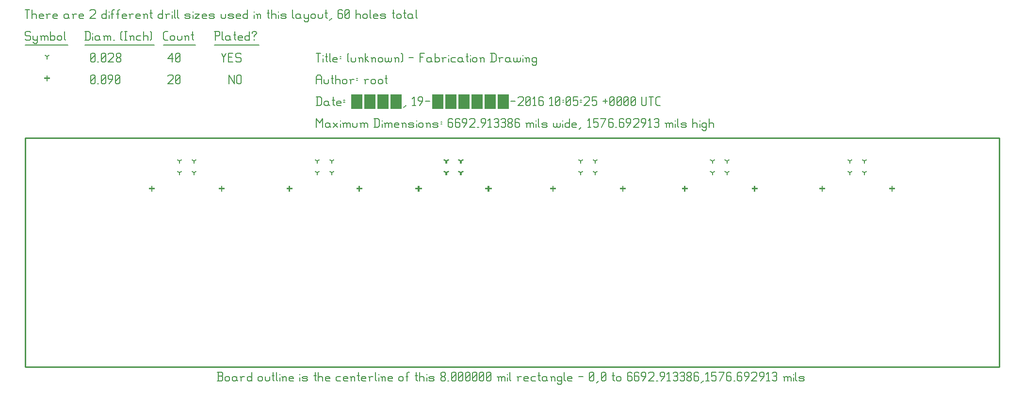
<source format=gbr>
G04 start of page 18 for group -3984 idx -3984 *
G04 Title: (unknown), fab *
G04 Creator: pcb 20140316 *
G04 CreationDate: чт, 19-тра-2016 10:05:25 +0000 UTC *
G04 For: root *
G04 Format: Gerber/RS-274X *
G04 PCB-Dimensions (mm): 170.00 40.05 *
G04 PCB-Coordinate-Origin: lower left *
%MOMM*%
%FSLAX43Y43*%
%LNFAB*%
%ADD64C,0.002*%
%ADD63C,0.254*%
%ADD62C,0.191*%
%ADD61C,0.152*%
%ADD60R,0.203X0.203*%
G54D60*X139134Y31628D02*Y30816D01*
X138728Y31222D02*X139540D01*
X151326Y31628D02*Y30816D01*
X150920Y31222D02*X151732D01*
X68734Y31628D02*Y30816D01*
X68328Y31222D02*X69140D01*
X80926Y31628D02*Y30816D01*
X80520Y31222D02*X81332D01*
X115134Y31628D02*Y30816D01*
X114728Y31222D02*X115540D01*
X127326Y31628D02*Y30816D01*
X126920Y31222D02*X127732D01*
X115134Y31628D02*Y30816D01*
X114728Y31222D02*X115540D01*
X127326Y31628D02*Y30816D01*
X126920Y31222D02*X127732D01*
X115134Y31628D02*Y30816D01*
X114728Y31222D02*X115540D01*
X127326Y31628D02*Y30816D01*
X126920Y31222D02*X127732D01*
X115134Y31628D02*Y30816D01*
X114728Y31222D02*X115540D01*
X127326Y31628D02*Y30816D01*
X126920Y31222D02*X127732D01*
X92134Y31628D02*Y30816D01*
X91728Y31222D02*X92540D01*
X104326Y31628D02*Y30816D01*
X103920Y31222D02*X104732D01*
X68634Y31628D02*Y30816D01*
X68228Y31222D02*X69040D01*
X80826Y31628D02*Y30816D01*
X80420Y31222D02*X81232D01*
X46134Y31628D02*Y30816D01*
X45728Y31222D02*X46540D01*
X58326Y31628D02*Y30816D01*
X57920Y31222D02*X58732D01*
X22134Y31628D02*Y30816D01*
X21728Y31222D02*X22540D01*
X34326Y31628D02*Y30816D01*
X33920Y31222D02*X34732D01*
X3810Y50932D02*Y50119D01*
X3404Y50526D02*X4216D01*
G54D61*X35560Y51097D02*Y49573D01*
Y51097D02*X36512Y49573D01*
Y51097D02*Y49573D01*
X36970Y50906D02*Y49764D01*
Y50906D02*X37160Y51097D01*
X37541D01*
X37732Y50906D01*
Y49764D01*
X37541Y49573D02*X37732Y49764D01*
X37160Y49573D02*X37541D01*
X36970Y49764D02*X37160Y49573D01*
X24892Y50906D02*X25082Y51097D01*
X25654D01*
X25844Y50906D01*
Y50526D01*
X24892Y49573D02*X25844Y50526D01*
X24892Y49573D02*X25844D01*
X26302Y49764D02*X26492Y49573D01*
X26302Y50906D02*Y49764D01*
Y50906D02*X26492Y51097D01*
X26873D01*
X27064Y50906D01*
Y49764D01*
X26873Y49573D02*X27064Y49764D01*
X26492Y49573D02*X26873D01*
X26302Y49954D02*X27064Y50716D01*
X11430Y49764D02*X11620Y49573D01*
X11430Y50906D02*Y49764D01*
Y50906D02*X11620Y51097D01*
X12002D01*
X12192Y50906D01*
Y49764D01*
X12002Y49573D02*X12192Y49764D01*
X11620Y49573D02*X12002D01*
X11430Y49954D02*X12192Y50716D01*
X12649Y49573D02*X12840D01*
X13297Y49764D02*X13487Y49573D01*
X13297Y50906D02*Y49764D01*
Y50906D02*X13487Y51097D01*
X13868D01*
X14059Y50906D01*
Y49764D01*
X13868Y49573D02*X14059Y49764D01*
X13487Y49573D02*X13868D01*
X13297Y49954D02*X14059Y50716D01*
X14707Y49573D02*X15278Y50335D01*
Y50906D02*Y50335D01*
X15088Y51097D02*X15278Y50906D01*
X14707Y51097D02*X15088D01*
X14516Y50906D02*X14707Y51097D01*
X14516Y50906D02*Y50526D01*
X14707Y50335D01*
X15278D01*
X15735Y49764D02*X15926Y49573D01*
X15735Y50906D02*Y49764D01*
Y50906D02*X15926Y51097D01*
X16307D01*
X16497Y50906D01*
Y49764D01*
X16307Y49573D02*X16497Y49764D01*
X15926Y49573D02*X16307D01*
X15735Y49954D02*X16497Y50716D01*
X146500Y36048D02*Y35642D01*
Y36048D02*X146852Y36251D01*
X146500Y36048D02*X146148Y36251D01*
X143960Y36048D02*Y35642D01*
Y36048D02*X144312Y36251D01*
X143960Y36048D02*X143608Y36251D01*
X143960Y34016D02*Y33610D01*
Y34016D02*X144312Y34219D01*
X143960Y34016D02*X143608Y34219D01*
X146500Y34016D02*Y33610D01*
Y34016D02*X146852Y34219D01*
X146500Y34016D02*X146148Y34219D01*
X76100Y36048D02*Y35642D01*
Y36048D02*X76452Y36251D01*
X76100Y36048D02*X75748Y36251D01*
X73560Y36048D02*Y35642D01*
Y36048D02*X73912Y36251D01*
X73560Y36048D02*X73208Y36251D01*
X73560Y34016D02*Y33610D01*
Y34016D02*X73912Y34219D01*
X73560Y34016D02*X73208Y34219D01*
X76100Y34016D02*Y33610D01*
Y34016D02*X76452Y34219D01*
X76100Y34016D02*X75748Y34219D01*
X122500Y36048D02*Y35642D01*
Y36048D02*X122852Y36251D01*
X122500Y36048D02*X122148Y36251D01*
X119960Y36048D02*Y35642D01*
Y36048D02*X120312Y36251D01*
X119960Y36048D02*X119608Y36251D01*
X119960Y34016D02*Y33610D01*
Y34016D02*X120312Y34219D01*
X119960Y34016D02*X119608Y34219D01*
X122500Y34016D02*Y33610D01*
Y34016D02*X122852Y34219D01*
X122500Y34016D02*X122148Y34219D01*
X122500Y36048D02*Y35642D01*
Y36048D02*X122852Y36251D01*
X122500Y36048D02*X122148Y36251D01*
X119960Y36048D02*Y35642D01*
Y36048D02*X120312Y36251D01*
X119960Y36048D02*X119608Y36251D01*
X119960Y34016D02*Y33610D01*
Y34016D02*X120312Y34219D01*
X119960Y34016D02*X119608Y34219D01*
X122500Y34016D02*Y33610D01*
Y34016D02*X122852Y34219D01*
X122500Y34016D02*X122148Y34219D01*
X122500Y36048D02*Y35642D01*
Y36048D02*X122852Y36251D01*
X122500Y36048D02*X122148Y36251D01*
X119960Y36048D02*Y35642D01*
Y36048D02*X120312Y36251D01*
X119960Y36048D02*X119608Y36251D01*
X119960Y34016D02*Y33610D01*
Y34016D02*X120312Y34219D01*
X119960Y34016D02*X119608Y34219D01*
X122500Y34016D02*Y33610D01*
Y34016D02*X122852Y34219D01*
X122500Y34016D02*X122148Y34219D01*
X122500Y36048D02*Y35642D01*
Y36048D02*X122852Y36251D01*
X122500Y36048D02*X122148Y36251D01*
X119960Y36048D02*Y35642D01*
Y36048D02*X120312Y36251D01*
X119960Y36048D02*X119608Y36251D01*
X119960Y34016D02*Y33610D01*
Y34016D02*X120312Y34219D01*
X119960Y34016D02*X119608Y34219D01*
X122500Y34016D02*Y33610D01*
Y34016D02*X122852Y34219D01*
X122500Y34016D02*X122148Y34219D01*
X99500Y36048D02*Y35642D01*
Y36048D02*X99852Y36251D01*
X99500Y36048D02*X99148Y36251D01*
X96960Y36048D02*Y35642D01*
Y36048D02*X97312Y36251D01*
X96960Y36048D02*X96608Y36251D01*
X96960Y34016D02*Y33610D01*
Y34016D02*X97312Y34219D01*
X96960Y34016D02*X96608Y34219D01*
X99500Y34016D02*Y33610D01*
Y34016D02*X99852Y34219D01*
X99500Y34016D02*X99148Y34219D01*
X76000Y36048D02*Y35642D01*
Y36048D02*X76352Y36251D01*
X76000Y36048D02*X75648Y36251D01*
X73460Y36048D02*Y35642D01*
Y36048D02*X73812Y36251D01*
X73460Y36048D02*X73108Y36251D01*
X73460Y34016D02*Y33610D01*
Y34016D02*X73812Y34219D01*
X73460Y34016D02*X73108Y34219D01*
X76000Y34016D02*Y33610D01*
Y34016D02*X76352Y34219D01*
X76000Y34016D02*X75648Y34219D01*
X53500Y36048D02*Y35642D01*
Y36048D02*X53852Y36251D01*
X53500Y36048D02*X53148Y36251D01*
X50960Y36048D02*Y35642D01*
Y36048D02*X51312Y36251D01*
X50960Y36048D02*X50608Y36251D01*
X50960Y34016D02*Y33610D01*
Y34016D02*X51312Y34219D01*
X50960Y34016D02*X50608Y34219D01*
X53500Y34016D02*Y33610D01*
Y34016D02*X53852Y34219D01*
X53500Y34016D02*X53148Y34219D01*
X29500Y36048D02*Y35642D01*
Y36048D02*X29852Y36251D01*
X29500Y36048D02*X29148Y36251D01*
X26960Y36048D02*Y35642D01*
Y36048D02*X27312Y36251D01*
X26960Y36048D02*X26608Y36251D01*
X26960Y34016D02*Y33610D01*
Y34016D02*X27312Y34219D01*
X26960Y34016D02*X26608Y34219D01*
X29500Y34016D02*Y33610D01*
Y34016D02*X29852Y34219D01*
X29500Y34016D02*X29148Y34219D01*
X3810Y54336D02*Y53929D01*
Y54336D02*X4162Y54539D01*
X3810Y54336D02*X3458Y54539D01*
X34290Y54907D02*X34671Y54145D01*
X35052Y54907D01*
X34671Y54145D02*Y53383D01*
X35509Y54221D02*X36081D01*
X35509Y53383D02*X36271D01*
X35509Y54907D02*Y53383D01*
Y54907D02*X36271D01*
X37490D02*X37681Y54716D01*
X36919Y54907D02*X37490D01*
X36728Y54716D02*X36919Y54907D01*
X36728Y54716D02*Y54336D01*
X36919Y54145D01*
X37490D01*
X37681Y53954D01*
Y53574D01*
X37490Y53383D02*X37681Y53574D01*
X36919Y53383D02*X37490D01*
X36728Y53574D02*X36919Y53383D01*
X24892Y53954D02*X25654Y54907D01*
X24892Y53954D02*X25844D01*
X25654Y54907D02*Y53383D01*
X26302Y53574D02*X26492Y53383D01*
X26302Y54716D02*Y53574D01*
Y54716D02*X26492Y54907D01*
X26873D01*
X27064Y54716D01*
Y53574D01*
X26873Y53383D02*X27064Y53574D01*
X26492Y53383D02*X26873D01*
X26302Y53764D02*X27064Y54526D01*
X11430Y53574D02*X11620Y53383D01*
X11430Y54716D02*Y53574D01*
Y54716D02*X11620Y54907D01*
X12002D01*
X12192Y54716D01*
Y53574D01*
X12002Y53383D02*X12192Y53574D01*
X11620Y53383D02*X12002D01*
X11430Y53764D02*X12192Y54526D01*
X12649Y53383D02*X12840D01*
X13297Y53574D02*X13487Y53383D01*
X13297Y54716D02*Y53574D01*
Y54716D02*X13487Y54907D01*
X13868D01*
X14059Y54716D01*
Y53574D01*
X13868Y53383D02*X14059Y53574D01*
X13487Y53383D02*X13868D01*
X13297Y53764D02*X14059Y54526D01*
X14516Y54716D02*X14707Y54907D01*
X15278D01*
X15469Y54716D01*
Y54336D01*
X14516Y53383D02*X15469Y54336D01*
X14516Y53383D02*X15469D01*
X15926Y53574D02*X16116Y53383D01*
X15926Y53878D02*Y53574D01*
Y53878D02*X16193Y54145D01*
X16421D01*
X16688Y53878D01*
Y53574D01*
X16497Y53383D02*X16688Y53574D01*
X16116Y53383D02*X16497D01*
X15926Y54412D02*X16193Y54145D01*
X15926Y54716D02*Y54412D01*
Y54716D02*X16116Y54907D01*
X16497D01*
X16688Y54716D01*
Y54412D01*
X16421Y54145D02*X16688Y54412D01*
X762Y58717D02*X952Y58526D01*
X190Y58717D02*X762D01*
X0Y58526D02*X190Y58717D01*
X0Y58526D02*Y58146D01*
X190Y57955D01*
X762D01*
X952Y57764D01*
Y57384D01*
X762Y57193D02*X952Y57384D01*
X190Y57193D02*X762D01*
X0Y57384D02*X190Y57193D01*
X1410Y57955D02*Y57384D01*
X1600Y57193D01*
X2172Y57955D02*Y56812D01*
X1981Y56622D02*X2172Y56812D01*
X1600Y56622D02*X1981D01*
X1410Y56812D02*X1600Y56622D01*
Y57193D02*X1981D01*
X2172Y57384D01*
X2819Y57764D02*Y57193D01*
Y57764D02*X3010Y57955D01*
X3200D01*
X3391Y57764D01*
Y57193D01*
Y57764D02*X3581Y57955D01*
X3772D01*
X3962Y57764D01*
Y57193D01*
X2629Y57955D02*X2819Y57764D01*
X4420Y58717D02*Y57193D01*
Y57384D02*X4610Y57193D01*
X4991D01*
X5182Y57384D01*
Y57764D02*Y57384D01*
X4991Y57955D02*X5182Y57764D01*
X4610Y57955D02*X4991D01*
X4420Y57764D02*X4610Y57955D01*
X5639Y57764D02*Y57384D01*
Y57764D02*X5829Y57955D01*
X6210D01*
X6401Y57764D01*
Y57384D01*
X6210Y57193D02*X6401Y57384D01*
X5829Y57193D02*X6210D01*
X5639Y57384D02*X5829Y57193D01*
X6858Y58717D02*Y57384D01*
X7049Y57193D01*
X0Y56367D02*X7430D01*
X10604Y58717D02*Y57193D01*
X11100Y58717D02*X11366Y58450D01*
Y57460D01*
X11100Y57193D02*X11366Y57460D01*
X10414Y57193D02*X11100D01*
X10414Y58717D02*X11100D01*
G54D62*X11824Y58336D02*Y58298D01*
G54D61*Y57764D02*Y57193D01*
X12776Y57955D02*X12967Y57764D01*
X12395Y57955D02*X12776D01*
X12205Y57764D02*X12395Y57955D01*
X12205Y57764D02*Y57384D01*
X12395Y57193D01*
X12967Y57955D02*Y57384D01*
X13157Y57193D01*
X12395D02*X12776D01*
X12967Y57384D01*
X13805Y57764D02*Y57193D01*
Y57764D02*X13995Y57955D01*
X14186D01*
X14376Y57764D01*
Y57193D01*
Y57764D02*X14567Y57955D01*
X14757D01*
X14948Y57764D01*
Y57193D01*
X13614Y57955D02*X13805Y57764D01*
X15405Y57193D02*X15596D01*
X16739Y57384D02*X16929Y57193D01*
X16739Y58526D02*X16929Y58717D01*
X16739Y58526D02*Y57384D01*
X17386Y58717D02*X17767D01*
X17577D02*Y57193D01*
X17386D02*X17767D01*
X18415Y57764D02*Y57193D01*
Y57764D02*X18606Y57955D01*
X18796D01*
X18987Y57764D01*
Y57193D01*
X18225Y57955D02*X18415Y57764D01*
X19634Y57955D02*X20206D01*
X19444Y57764D02*X19634Y57955D01*
X19444Y57764D02*Y57384D01*
X19634Y57193D01*
X20206D01*
X20663Y58717D02*Y57193D01*
Y57764D02*X20853Y57955D01*
X21234D01*
X21425Y57764D01*
Y57193D01*
X21882Y58717D02*X22073Y58526D01*
Y57384D01*
X21882Y57193D02*X22073Y57384D01*
X10414Y56367D02*X22530D01*
X24397Y57193D02*X24892D01*
X24130Y57460D02*X24397Y57193D01*
X24130Y58450D02*Y57460D01*
Y58450D02*X24397Y58717D01*
X24892D01*
X25349Y57764D02*Y57384D01*
Y57764D02*X25540Y57955D01*
X25921D01*
X26111Y57764D01*
Y57384D01*
X25921Y57193D02*X26111Y57384D01*
X25540Y57193D02*X25921D01*
X25349Y57384D02*X25540Y57193D01*
X26568Y57955D02*Y57384D01*
X26759Y57193D01*
X27140D01*
X27330Y57384D01*
Y57955D02*Y57384D01*
X27978Y57764D02*Y57193D01*
Y57764D02*X28169Y57955D01*
X28359D01*
X28550Y57764D01*
Y57193D01*
X27788Y57955D02*X27978Y57764D01*
X29197Y58717D02*Y57384D01*
X29388Y57193D01*
X29007Y58146D02*X29388D01*
X24130Y56367D02*X29769D01*
X33210Y58717D02*Y57193D01*
X33020Y58717D02*X33782D01*
X33972Y58526D01*
Y58146D01*
X33782Y57955D02*X33972Y58146D01*
X33210Y57955D02*X33782D01*
X34430Y58717D02*Y57384D01*
X34620Y57193D01*
X35573Y57955D02*X35763Y57764D01*
X35192Y57955D02*X35573D01*
X35001Y57764D02*X35192Y57955D01*
X35001Y57764D02*Y57384D01*
X35192Y57193D01*
X35763Y57955D02*Y57384D01*
X35954Y57193D01*
X35192D02*X35573D01*
X35763Y57384D01*
X36601Y58717D02*Y57384D01*
X36792Y57193D01*
X36411Y58146D02*X36792D01*
X37363Y57193D02*X37935D01*
X37173Y57384D02*X37363Y57193D01*
X37173Y57764D02*Y57384D01*
Y57764D02*X37363Y57955D01*
X37744D01*
X37935Y57764D01*
X37173Y57574D02*X37935D01*
Y57764D02*Y57574D01*
X39154Y58717D02*Y57193D01*
X38964D02*X39154Y57384D01*
X38583Y57193D02*X38964D01*
X38392Y57384D02*X38583Y57193D01*
X38392Y57764D02*Y57384D01*
Y57764D02*X38583Y57955D01*
X38964D01*
X39154Y57764D01*
X39992Y57955D02*Y57764D01*
Y57384D02*Y57193D01*
X39611Y58526D02*Y58336D01*
Y58526D02*X39802Y58717D01*
X40183D01*
X40373Y58526D01*
Y58336D01*
X39992Y57955D02*X40373Y58336D01*
X33020Y56367D02*X40831D01*
X0Y62527D02*X762D01*
X381D02*Y61003D01*
X1219Y62527D02*Y61003D01*
Y61574D02*X1410Y61765D01*
X1791D01*
X1981Y61574D01*
Y61003D01*
X2629D02*X3200D01*
X2438Y61194D02*X2629Y61003D01*
X2438Y61574D02*Y61194D01*
Y61574D02*X2629Y61765D01*
X3010D01*
X3200Y61574D01*
X2438Y61384D02*X3200D01*
Y61574D02*Y61384D01*
X3848Y61574D02*Y61003D01*
Y61574D02*X4039Y61765D01*
X4420D01*
X3658D02*X3848Y61574D01*
X5067Y61003D02*X5639D01*
X4877Y61194D02*X5067Y61003D01*
X4877Y61574D02*Y61194D01*
Y61574D02*X5067Y61765D01*
X5448D01*
X5639Y61574D01*
X4877Y61384D02*X5639D01*
Y61574D02*Y61384D01*
X7353Y61765D02*X7544Y61574D01*
X6972Y61765D02*X7353D01*
X6782Y61574D02*X6972Y61765D01*
X6782Y61574D02*Y61194D01*
X6972Y61003D01*
X7544Y61765D02*Y61194D01*
X7734Y61003D01*
X6972D02*X7353D01*
X7544Y61194D01*
X8382Y61574D02*Y61003D01*
Y61574D02*X8573Y61765D01*
X8954D01*
X8192D02*X8382Y61574D01*
X9601Y61003D02*X10173D01*
X9411Y61194D02*X9601Y61003D01*
X9411Y61574D02*Y61194D01*
Y61574D02*X9601Y61765D01*
X9982D01*
X10173Y61574D01*
X9411Y61384D02*X10173D01*
Y61574D02*Y61384D01*
X11316Y62336D02*X11506Y62527D01*
X12078D01*
X12268Y62336D01*
Y61956D01*
X11316Y61003D02*X12268Y61956D01*
X11316Y61003D02*X12268D01*
X14173Y62527D02*Y61003D01*
X13983D02*X14173Y61194D01*
X13602Y61003D02*X13983D01*
X13411Y61194D02*X13602Y61003D01*
X13411Y61574D02*Y61194D01*
Y61574D02*X13602Y61765D01*
X13983D01*
X14173Y61574D01*
G54D62*X14630Y62146D02*Y62108D01*
G54D61*Y61574D02*Y61003D01*
X15202Y62336D02*Y61003D01*
Y62336D02*X15392Y62527D01*
X15583D01*
X15011Y61765D02*X15392D01*
X16154Y62336D02*Y61003D01*
Y62336D02*X16345Y62527D01*
X16535D01*
X15964Y61765D02*X16345D01*
X17107Y61003D02*X17678D01*
X16916Y61194D02*X17107Y61003D01*
X16916Y61574D02*Y61194D01*
Y61574D02*X17107Y61765D01*
X17488D01*
X17678Y61574D01*
X16916Y61384D02*X17678D01*
Y61574D02*Y61384D01*
X18326Y61574D02*Y61003D01*
Y61574D02*X18517Y61765D01*
X18898D01*
X18136D02*X18326Y61574D01*
X19545Y61003D02*X20117D01*
X19355Y61194D02*X19545Y61003D01*
X19355Y61574D02*Y61194D01*
Y61574D02*X19545Y61765D01*
X19926D01*
X20117Y61574D01*
X19355Y61384D02*X20117D01*
Y61574D02*Y61384D01*
X20765Y61574D02*Y61003D01*
Y61574D02*X20955Y61765D01*
X21146D01*
X21336Y61574D01*
Y61003D01*
X20574Y61765D02*X20765Y61574D01*
X21984Y62527D02*Y61194D01*
X22174Y61003D01*
X21793Y61956D02*X22174D01*
X24003Y62527D02*Y61003D01*
X23813D02*X24003Y61194D01*
X23432Y61003D02*X23813D01*
X23241Y61194D02*X23432Y61003D01*
X23241Y61574D02*Y61194D01*
Y61574D02*X23432Y61765D01*
X23813D01*
X24003Y61574D01*
X24651D02*Y61003D01*
Y61574D02*X24841Y61765D01*
X25222D01*
X24460D02*X24651Y61574D01*
G54D62*X25679Y62146D02*Y62108D01*
G54D61*Y61574D02*Y61003D01*
X26060Y62527D02*Y61194D01*
X26251Y61003D01*
X26632Y62527D02*Y61194D01*
X26822Y61003D01*
X28080D02*X28651D01*
X28842Y61194D01*
X28651Y61384D02*X28842Y61194D01*
X28080Y61384D02*X28651D01*
X27889Y61574D02*X28080Y61384D01*
X27889Y61574D02*X28080Y61765D01*
X28651D01*
X28842Y61574D01*
X27889Y61194D02*X28080Y61003D01*
G54D62*X29299Y62146D02*Y62108D01*
G54D61*Y61574D02*Y61003D01*
X29680Y61765D02*X30442D01*
X29680Y61003D02*X30442Y61765D01*
X29680Y61003D02*X30442D01*
X31090D02*X31661D01*
X30899Y61194D02*X31090Y61003D01*
X30899Y61574D02*Y61194D01*
Y61574D02*X31090Y61765D01*
X31471D01*
X31661Y61574D01*
X30899Y61384D02*X31661D01*
Y61574D02*Y61384D01*
X32309Y61003D02*X32880D01*
X33071Y61194D01*
X32880Y61384D02*X33071Y61194D01*
X32309Y61384D02*X32880D01*
X32118Y61574D02*X32309Y61384D01*
X32118Y61574D02*X32309Y61765D01*
X32880D01*
X33071Y61574D01*
X32118Y61194D02*X32309Y61003D01*
X34214Y61765D02*Y61194D01*
X34404Y61003D01*
X34785D01*
X34976Y61194D01*
Y61765D02*Y61194D01*
X35624Y61003D02*X36195D01*
X36386Y61194D01*
X36195Y61384D02*X36386Y61194D01*
X35624Y61384D02*X36195D01*
X35433Y61574D02*X35624Y61384D01*
X35433Y61574D02*X35624Y61765D01*
X36195D01*
X36386Y61574D01*
X35433Y61194D02*X35624Y61003D01*
X37033D02*X37605D01*
X36843Y61194D02*X37033Y61003D01*
X36843Y61574D02*Y61194D01*
Y61574D02*X37033Y61765D01*
X37414D01*
X37605Y61574D01*
X36843Y61384D02*X37605D01*
Y61574D02*Y61384D01*
X38824Y62527D02*Y61003D01*
X38633D02*X38824Y61194D01*
X38252Y61003D02*X38633D01*
X38062Y61194D02*X38252Y61003D01*
X38062Y61574D02*Y61194D01*
Y61574D02*X38252Y61765D01*
X38633D01*
X38824Y61574D01*
G54D62*X39967Y62146D02*Y62108D01*
G54D61*Y61574D02*Y61003D01*
X40538Y61574D02*Y61003D01*
Y61574D02*X40729Y61765D01*
X40919D01*
X41110Y61574D01*
Y61003D01*
X40348Y61765D02*X40538Y61574D01*
X42443Y62527D02*Y61194D01*
X42634Y61003D01*
X42253Y61956D02*X42634D01*
X43015Y62527D02*Y61003D01*
Y61574D02*X43205Y61765D01*
X43586D01*
X43777Y61574D01*
Y61003D01*
G54D62*X44234Y62146D02*Y62108D01*
G54D61*Y61574D02*Y61003D01*
X44806D02*X45377D01*
X45568Y61194D01*
X45377Y61384D02*X45568Y61194D01*
X44806Y61384D02*X45377D01*
X44615Y61574D02*X44806Y61384D01*
X44615Y61574D02*X44806Y61765D01*
X45377D01*
X45568Y61574D01*
X44615Y61194D02*X44806Y61003D01*
X46711Y62527D02*Y61194D01*
X46901Y61003D01*
X47854Y61765D02*X48044Y61574D01*
X47473Y61765D02*X47854D01*
X47282Y61574D02*X47473Y61765D01*
X47282Y61574D02*Y61194D01*
X47473Y61003D01*
X48044Y61765D02*Y61194D01*
X48235Y61003D01*
X47473D02*X47854D01*
X48044Y61194D01*
X48692Y61765D02*Y61194D01*
X48882Y61003D01*
X49454Y61765D02*Y60622D01*
X49263Y60432D02*X49454Y60622D01*
X48882Y60432D02*X49263D01*
X48692Y60622D02*X48882Y60432D01*
Y61003D02*X49263D01*
X49454Y61194D01*
X49911Y61574D02*Y61194D01*
Y61574D02*X50102Y61765D01*
X50483D01*
X50673Y61574D01*
Y61194D01*
X50483Y61003D02*X50673Y61194D01*
X50102Y61003D02*X50483D01*
X49911Y61194D02*X50102Y61003D01*
X51130Y61765D02*Y61194D01*
X51321Y61003D01*
X51702D01*
X51892Y61194D01*
Y61765D02*Y61194D01*
X52540Y62527D02*Y61194D01*
X52730Y61003D01*
X52349Y61956D02*X52730D01*
X53111Y60622D02*X53492Y61003D01*
X55207Y62527D02*X55397Y62336D01*
X54826Y62527D02*X55207D01*
X54635Y62336D02*X54826Y62527D01*
X54635Y62336D02*Y61194D01*
X54826Y61003D01*
X55207Y61841D02*X55397Y61651D01*
X54635Y61841D02*X55207D01*
X54826Y61003D02*X55207D01*
X55397Y61194D01*
Y61651D02*Y61194D01*
X55855D02*X56045Y61003D01*
X55855Y62336D02*Y61194D01*
Y62336D02*X56045Y62527D01*
X56426D01*
X56617Y62336D01*
Y61194D01*
X56426Y61003D02*X56617Y61194D01*
X56045Y61003D02*X56426D01*
X55855Y61384D02*X56617Y62146D01*
X57760Y62527D02*Y61003D01*
Y61574D02*X57950Y61765D01*
X58331D01*
X58522Y61574D01*
Y61003D01*
X58979Y61574D02*Y61194D01*
Y61574D02*X59169Y61765D01*
X59550D01*
X59741Y61574D01*
Y61194D01*
X59550Y61003D02*X59741Y61194D01*
X59169Y61003D02*X59550D01*
X58979Y61194D02*X59169Y61003D01*
X60198Y62527D02*Y61194D01*
X60389Y61003D01*
X60960D02*X61532D01*
X60770Y61194D02*X60960Y61003D01*
X60770Y61574D02*Y61194D01*
Y61574D02*X60960Y61765D01*
X61341D01*
X61532Y61574D01*
X60770Y61384D02*X61532D01*
Y61574D02*Y61384D01*
X62179Y61003D02*X62751D01*
X62941Y61194D01*
X62751Y61384D02*X62941Y61194D01*
X62179Y61384D02*X62751D01*
X61989Y61574D02*X62179Y61384D01*
X61989Y61574D02*X62179Y61765D01*
X62751D01*
X62941Y61574D01*
X61989Y61194D02*X62179Y61003D01*
X64275Y62527D02*Y61194D01*
X64465Y61003D01*
X64084Y61956D02*X64465D01*
X64846Y61574D02*Y61194D01*
Y61574D02*X65037Y61765D01*
X65418D01*
X65608Y61574D01*
Y61194D01*
X65418Y61003D02*X65608Y61194D01*
X65037Y61003D02*X65418D01*
X64846Y61194D02*X65037Y61003D01*
X66256Y62527D02*Y61194D01*
X66446Y61003D01*
X66065Y61956D02*X66446D01*
X67399Y61765D02*X67589Y61574D01*
X67018Y61765D02*X67399D01*
X66827Y61574D02*X67018Y61765D01*
X66827Y61574D02*Y61194D01*
X67018Y61003D01*
X67589Y61765D02*Y61194D01*
X67780Y61003D01*
X67018D02*X67399D01*
X67589Y61194D01*
X68237Y62527D02*Y61194D01*
X68428Y61003D01*
G54D63*X0Y40048D02*X170000D01*
X0D02*Y0D01*
X170000Y40048D02*Y0D01*
X0D02*X170000D01*
G54D61*X50800Y43477D02*Y41953D01*
Y43477D02*X51372Y42715D01*
X51943Y43477D01*
Y41953D01*
X52972Y42715D02*X53162Y42524D01*
X52591Y42715D02*X52972D01*
X52400Y42524D02*X52591Y42715D01*
X52400Y42524D02*Y42144D01*
X52591Y41953D01*
X53162Y42715D02*Y42144D01*
X53353Y41953D01*
X52591D02*X52972D01*
X53162Y42144D01*
X53810Y42715D02*X54572Y41953D01*
X53810D02*X54572Y42715D01*
G54D62*X55029Y43096D02*Y43058D01*
G54D61*Y42524D02*Y41953D01*
X55601Y42524D02*Y41953D01*
Y42524D02*X55791Y42715D01*
X55982D01*
X56172Y42524D01*
Y41953D01*
Y42524D02*X56363Y42715D01*
X56553D01*
X56744Y42524D01*
Y41953D01*
X55410Y42715D02*X55601Y42524D01*
X57201Y42715D02*Y42144D01*
X57391Y41953D01*
X57772D01*
X57963Y42144D01*
Y42715D02*Y42144D01*
X58611Y42524D02*Y41953D01*
Y42524D02*X58801Y42715D01*
X58992D01*
X59182Y42524D01*
Y41953D01*
Y42524D02*X59373Y42715D01*
X59563D01*
X59754Y42524D01*
Y41953D01*
X58420Y42715D02*X58611Y42524D01*
X61087Y43477D02*Y41953D01*
X61582Y43477D02*X61849Y43210D01*
Y42220D01*
X61582Y41953D02*X61849Y42220D01*
X60897Y41953D02*X61582D01*
X60897Y43477D02*X61582D01*
G54D62*X62306Y43096D02*Y43058D01*
G54D61*Y42524D02*Y41953D01*
X62878Y42524D02*Y41953D01*
Y42524D02*X63068Y42715D01*
X63259D01*
X63449Y42524D01*
Y41953D01*
Y42524D02*X63640Y42715D01*
X63830D01*
X64021Y42524D01*
Y41953D01*
X62687Y42715D02*X62878Y42524D01*
X64668Y41953D02*X65240D01*
X64478Y42144D02*X64668Y41953D01*
X64478Y42524D02*Y42144D01*
Y42524D02*X64668Y42715D01*
X65049D01*
X65240Y42524D01*
X64478Y42334D02*X65240D01*
Y42524D02*Y42334D01*
X65888Y42524D02*Y41953D01*
Y42524D02*X66078Y42715D01*
X66269D01*
X66459Y42524D01*
Y41953D01*
X65697Y42715D02*X65888Y42524D01*
X67107Y41953D02*X67678D01*
X67869Y42144D01*
X67678Y42334D02*X67869Y42144D01*
X67107Y42334D02*X67678D01*
X66916Y42524D02*X67107Y42334D01*
X66916Y42524D02*X67107Y42715D01*
X67678D01*
X67869Y42524D01*
X66916Y42144D02*X67107Y41953D01*
G54D62*X68326Y43096D02*Y43058D01*
G54D61*Y42524D02*Y41953D01*
X68707Y42524D02*Y42144D01*
Y42524D02*X68898Y42715D01*
X69279D01*
X69469Y42524D01*
Y42144D01*
X69279Y41953D02*X69469Y42144D01*
X68898Y41953D02*X69279D01*
X68707Y42144D02*X68898Y41953D01*
X70117Y42524D02*Y41953D01*
Y42524D02*X70307Y42715D01*
X70498D01*
X70688Y42524D01*
Y41953D01*
X69926Y42715D02*X70117Y42524D01*
X71336Y41953D02*X71907D01*
X72098Y42144D01*
X71907Y42334D02*X72098Y42144D01*
X71336Y42334D02*X71907D01*
X71145Y42524D02*X71336Y42334D01*
X71145Y42524D02*X71336Y42715D01*
X71907D01*
X72098Y42524D01*
X71145Y42144D02*X71336Y41953D01*
X72555Y42906D02*X72746D01*
X72555Y42524D02*X72746D01*
X74460Y43477D02*X74651Y43286D01*
X74079Y43477D02*X74460D01*
X73889Y43286D02*X74079Y43477D01*
X73889Y43286D02*Y42144D01*
X74079Y41953D01*
X74460Y42791D02*X74651Y42601D01*
X73889Y42791D02*X74460D01*
X74079Y41953D02*X74460D01*
X74651Y42144D01*
Y42601D02*Y42144D01*
X75679Y43477D02*X75870Y43286D01*
X75298Y43477D02*X75679D01*
X75108Y43286D02*X75298Y43477D01*
X75108Y43286D02*Y42144D01*
X75298Y41953D01*
X75679Y42791D02*X75870Y42601D01*
X75108Y42791D02*X75679D01*
X75298Y41953D02*X75679D01*
X75870Y42144D01*
Y42601D02*Y42144D01*
X76518Y41953D02*X77089Y42715D01*
Y43286D02*Y42715D01*
X76899Y43477D02*X77089Y43286D01*
X76518Y43477D02*X76899D01*
X76327Y43286D02*X76518Y43477D01*
X76327Y43286D02*Y42906D01*
X76518Y42715D01*
X77089D01*
X77546Y43286D02*X77737Y43477D01*
X78308D01*
X78499Y43286D01*
Y42906D01*
X77546Y41953D02*X78499Y42906D01*
X77546Y41953D02*X78499D01*
X78956D02*X79146D01*
X79794D02*X80366Y42715D01*
Y43286D02*Y42715D01*
X80175Y43477D02*X80366Y43286D01*
X79794Y43477D02*X80175D01*
X79604Y43286D02*X79794Y43477D01*
X79604Y43286D02*Y42906D01*
X79794Y42715D01*
X80366D01*
X80823Y43172D02*X81128Y43477D01*
Y41953D01*
X80823D02*X81394D01*
X81852Y43286D02*X82042Y43477D01*
X82423D01*
X82614Y43286D01*
X82423Y41953D02*X82614Y42144D01*
X82042Y41953D02*X82423D01*
X81852Y42144D02*X82042Y41953D01*
Y42791D02*X82423D01*
X82614Y43286D02*Y42982D01*
Y42601D02*Y42144D01*
Y42601D02*X82423Y42791D01*
X82614Y42982D02*X82423Y42791D01*
X83071Y43286D02*X83261Y43477D01*
X83642D01*
X83833Y43286D01*
X83642Y41953D02*X83833Y42144D01*
X83261Y41953D02*X83642D01*
X83071Y42144D02*X83261Y41953D01*
Y42791D02*X83642D01*
X83833Y43286D02*Y42982D01*
Y42601D02*Y42144D01*
Y42601D02*X83642Y42791D01*
X83833Y42982D02*X83642Y42791D01*
X84290Y42144D02*X84480Y41953D01*
X84290Y42448D02*Y42144D01*
Y42448D02*X84557Y42715D01*
X84785D01*
X85052Y42448D01*
Y42144D01*
X84861Y41953D02*X85052Y42144D01*
X84480Y41953D02*X84861D01*
X84290Y42982D02*X84557Y42715D01*
X84290Y43286D02*Y42982D01*
Y43286D02*X84480Y43477D01*
X84861D01*
X85052Y43286D01*
Y42982D01*
X84785Y42715D02*X85052Y42982D01*
X86081Y43477D02*X86271Y43286D01*
X85700Y43477D02*X86081D01*
X85509Y43286D02*X85700Y43477D01*
X85509Y43286D02*Y42144D01*
X85700Y41953D01*
X86081Y42791D02*X86271Y42601D01*
X85509Y42791D02*X86081D01*
X85700Y41953D02*X86081D01*
X86271Y42144D01*
Y42601D02*Y42144D01*
X87605Y42524D02*Y41953D01*
Y42524D02*X87795Y42715D01*
X87986D01*
X88176Y42524D01*
Y41953D01*
Y42524D02*X88367Y42715D01*
X88557D01*
X88748Y42524D01*
Y41953D01*
X87414Y42715D02*X87605Y42524D01*
G54D62*X89205Y43096D02*Y43058D01*
G54D61*Y42524D02*Y41953D01*
X89586Y43477D02*Y42144D01*
X89776Y41953D01*
X90348D02*X90919D01*
X91110Y42144D01*
X90919Y42334D02*X91110Y42144D01*
X90348Y42334D02*X90919D01*
X90157Y42524D02*X90348Y42334D01*
X90157Y42524D02*X90348Y42715D01*
X90919D01*
X91110Y42524D01*
X90157Y42144D02*X90348Y41953D01*
X92253Y42715D02*Y42144D01*
X92443Y41953D01*
X92634D01*
X92824Y42144D01*
Y42715D02*Y42144D01*
X93015Y41953D01*
X93205D01*
X93396Y42144D01*
Y42715D02*Y42144D01*
G54D62*X93853Y43096D02*Y43058D01*
G54D61*Y42524D02*Y41953D01*
X94996Y43477D02*Y41953D01*
X94806D02*X94996Y42144D01*
X94425Y41953D02*X94806D01*
X94234Y42144D02*X94425Y41953D01*
X94234Y42524D02*Y42144D01*
Y42524D02*X94425Y42715D01*
X94806D01*
X94996Y42524D01*
X95644Y41953D02*X96215D01*
X95453Y42144D02*X95644Y41953D01*
X95453Y42524D02*Y42144D01*
Y42524D02*X95644Y42715D01*
X96025D01*
X96215Y42524D01*
X95453Y42334D02*X96215D01*
Y42524D02*Y42334D01*
X96672Y41572D02*X97053Y41953D01*
X98196Y43172D02*X98501Y43477D01*
Y41953D01*
X98196D02*X98768D01*
X99225Y43477D02*X99987D01*
X99225D02*Y42715D01*
X99416Y42906D01*
X99797D01*
X99987Y42715D01*
Y42144D01*
X99797Y41953D02*X99987Y42144D01*
X99416Y41953D02*X99797D01*
X99225Y42144D02*X99416Y41953D01*
X100635D02*X101397Y43477D01*
X100444D02*X101397D01*
X102426D02*X102616Y43286D01*
X102045Y43477D02*X102426D01*
X101854Y43286D02*X102045Y43477D01*
X101854Y43286D02*Y42144D01*
X102045Y41953D01*
X102426Y42791D02*X102616Y42601D01*
X101854Y42791D02*X102426D01*
X102045Y41953D02*X102426D01*
X102616Y42144D01*
Y42601D02*Y42144D01*
X103073Y41953D02*X103264D01*
X104292Y43477D02*X104483Y43286D01*
X103911Y43477D02*X104292D01*
X103721Y43286D02*X103911Y43477D01*
X103721Y43286D02*Y42144D01*
X103911Y41953D01*
X104292Y42791D02*X104483Y42601D01*
X103721Y42791D02*X104292D01*
X103911Y41953D02*X104292D01*
X104483Y42144D01*
Y42601D02*Y42144D01*
X105131Y41953D02*X105702Y42715D01*
Y43286D02*Y42715D01*
X105512Y43477D02*X105702Y43286D01*
X105131Y43477D02*X105512D01*
X104940Y43286D02*X105131Y43477D01*
X104940Y43286D02*Y42906D01*
X105131Y42715D01*
X105702D01*
X106159Y43286D02*X106350Y43477D01*
X106921D01*
X107112Y43286D01*
Y42906D01*
X106159Y41953D02*X107112Y42906D01*
X106159Y41953D02*X107112D01*
X107760D02*X108331Y42715D01*
Y43286D02*Y42715D01*
X108141Y43477D02*X108331Y43286D01*
X107760Y43477D02*X108141D01*
X107569Y43286D02*X107760Y43477D01*
X107569Y43286D02*Y42906D01*
X107760Y42715D01*
X108331D01*
X108788Y43172D02*X109093Y43477D01*
Y41953D01*
X108788D02*X109360D01*
X109817Y43286D02*X110007Y43477D01*
X110388D01*
X110579Y43286D01*
X110388Y41953D02*X110579Y42144D01*
X110007Y41953D02*X110388D01*
X109817Y42144D02*X110007Y41953D01*
Y42791D02*X110388D01*
X110579Y43286D02*Y42982D01*
Y42601D02*Y42144D01*
Y42601D02*X110388Y42791D01*
X110579Y42982D02*X110388Y42791D01*
X111912Y42524D02*Y41953D01*
Y42524D02*X112103Y42715D01*
X112293D01*
X112484Y42524D01*
Y41953D01*
Y42524D02*X112674Y42715D01*
X112865D01*
X113055Y42524D01*
Y41953D01*
X111722Y42715D02*X111912Y42524D01*
G54D62*X113513Y43096D02*Y43058D01*
G54D61*Y42524D02*Y41953D01*
X113894Y43477D02*Y42144D01*
X114084Y41953D01*
X114656D02*X115227D01*
X115418Y42144D01*
X115227Y42334D02*X115418Y42144D01*
X114656Y42334D02*X115227D01*
X114465Y42524D02*X114656Y42334D01*
X114465Y42524D02*X114656Y42715D01*
X115227D01*
X115418Y42524D01*
X114465Y42144D02*X114656Y41953D01*
X116561Y43477D02*Y41953D01*
Y42524D02*X116751Y42715D01*
X117132D01*
X117323Y42524D01*
Y41953D01*
G54D62*X117780Y43096D02*Y43058D01*
G54D61*Y42524D02*Y41953D01*
X118732Y42715D02*X118923Y42524D01*
X118351Y42715D02*X118732D01*
X118161Y42524D02*X118351Y42715D01*
X118161Y42524D02*Y42144D01*
X118351Y41953D01*
X118732D01*
X118923Y42144D01*
X118161Y41572D02*X118351Y41382D01*
X118732D01*
X118923Y41572D01*
Y42715D02*Y41572D01*
X119380Y43477D02*Y41953D01*
Y42524D02*X119571Y42715D01*
X119952D01*
X120142Y42524D01*
Y41953D01*
X33508Y-2413D02*X34270D01*
X34460Y-2222D01*
Y-1765D02*Y-2222D01*
X34270Y-1575D02*X34460Y-1765D01*
X33698Y-1575D02*X34270D01*
X33698Y-889D02*Y-2413D01*
X33508Y-889D02*X34270D01*
X34460Y-1080D01*
Y-1384D01*
X34270Y-1575D02*X34460Y-1384D01*
X34917Y-1842D02*Y-2222D01*
Y-1842D02*X35108Y-1651D01*
X35489D01*
X35679Y-1842D01*
Y-2222D01*
X35489Y-2413D02*X35679Y-2222D01*
X35108Y-2413D02*X35489D01*
X34917Y-2222D02*X35108Y-2413D01*
X36708Y-1651D02*X36899Y-1842D01*
X36327Y-1651D02*X36708D01*
X36137Y-1842D02*X36327Y-1651D01*
X36137Y-1842D02*Y-2222D01*
X36327Y-2413D01*
X36899Y-1651D02*Y-2222D01*
X37089Y-2413D01*
X36327D02*X36708D01*
X36899Y-2222D01*
X37737Y-1842D02*Y-2413D01*
Y-1842D02*X37927Y-1651D01*
X38308D01*
X37546D02*X37737Y-1842D01*
X39528Y-889D02*Y-2413D01*
X39337D02*X39528Y-2222D01*
X38956Y-2413D02*X39337D01*
X38766Y-2222D02*X38956Y-2413D01*
X38766Y-1842D02*Y-2222D01*
Y-1842D02*X38956Y-1651D01*
X39337D01*
X39528Y-1842D01*
X40671D02*Y-2222D01*
Y-1842D02*X40861Y-1651D01*
X41242D01*
X41433Y-1842D01*
Y-2222D01*
X41242Y-2413D02*X41433Y-2222D01*
X40861Y-2413D02*X41242D01*
X40671Y-2222D02*X40861Y-2413D01*
X41890Y-1651D02*Y-2222D01*
X42080Y-2413D01*
X42461D01*
X42652Y-2222D01*
Y-1651D02*Y-2222D01*
X43299Y-889D02*Y-2222D01*
X43490Y-2413D01*
X43109Y-1460D02*X43490D01*
X43871Y-889D02*Y-2222D01*
X44061Y-2413D01*
G54D62*X44442Y-1270D02*Y-1308D01*
G54D61*Y-1842D02*Y-2413D01*
X45014Y-1842D02*Y-2413D01*
Y-1842D02*X45205Y-1651D01*
X45395D01*
X45586Y-1842D01*
Y-2413D01*
X44824Y-1651D02*X45014Y-1842D01*
X46233Y-2413D02*X46805D01*
X46043Y-2222D02*X46233Y-2413D01*
X46043Y-1842D02*Y-2222D01*
Y-1842D02*X46233Y-1651D01*
X46614D01*
X46805Y-1842D01*
X46043Y-2032D02*X46805D01*
Y-1842D02*Y-2032D01*
G54D62*X47948Y-1270D02*Y-1308D01*
G54D61*Y-1842D02*Y-2413D01*
X48519D02*X49091D01*
X49281Y-2222D01*
X49091Y-2032D02*X49281Y-2222D01*
X48519Y-2032D02*X49091D01*
X48329Y-1842D02*X48519Y-2032D01*
X48329Y-1842D02*X48519Y-1651D01*
X49091D01*
X49281Y-1842D01*
X48329Y-2222D02*X48519Y-2413D01*
X50615Y-889D02*Y-2222D01*
X50805Y-2413D01*
X50424Y-1460D02*X50805D01*
X51186Y-889D02*Y-2413D01*
Y-1842D02*X51377Y-1651D01*
X51758D01*
X51948Y-1842D01*
Y-2413D01*
X52596D02*X53167D01*
X52405Y-2222D02*X52596Y-2413D01*
X52405Y-1842D02*Y-2222D01*
Y-1842D02*X52596Y-1651D01*
X52977D01*
X53167Y-1842D01*
X52405Y-2032D02*X53167D01*
Y-1842D02*Y-2032D01*
X54501Y-1651D02*X55072D01*
X54310Y-1842D02*X54501Y-1651D01*
X54310Y-1842D02*Y-2222D01*
X54501Y-2413D01*
X55072D01*
X55720D02*X56292D01*
X55530Y-2222D02*X55720Y-2413D01*
X55530Y-1842D02*Y-2222D01*
Y-1842D02*X55720Y-1651D01*
X56101D01*
X56292Y-1842D01*
X55530Y-2032D02*X56292D01*
Y-1842D02*Y-2032D01*
X56939Y-1842D02*Y-2413D01*
Y-1842D02*X57130Y-1651D01*
X57320D01*
X57511Y-1842D01*
Y-2413D01*
X56749Y-1651D02*X56939Y-1842D01*
X58159Y-889D02*Y-2222D01*
X58349Y-2413D01*
X57968Y-1460D02*X58349D01*
X58921Y-2413D02*X59492D01*
X58730Y-2222D02*X58921Y-2413D01*
X58730Y-1842D02*Y-2222D01*
Y-1842D02*X58921Y-1651D01*
X59302D01*
X59492Y-1842D01*
X58730Y-2032D02*X59492D01*
Y-1842D02*Y-2032D01*
X60140Y-1842D02*Y-2413D01*
Y-1842D02*X60330Y-1651D01*
X60711D01*
X59949D02*X60140Y-1842D01*
X61168Y-889D02*Y-2222D01*
X61359Y-2413D01*
G54D62*X61740Y-1270D02*Y-1308D01*
G54D61*Y-1842D02*Y-2413D01*
X62311Y-1842D02*Y-2413D01*
Y-1842D02*X62502Y-1651D01*
X62692D01*
X62883Y-1842D01*
Y-2413D01*
X62121Y-1651D02*X62311Y-1842D01*
X63531Y-2413D02*X64102D01*
X63340Y-2222D02*X63531Y-2413D01*
X63340Y-1842D02*Y-2222D01*
Y-1842D02*X63531Y-1651D01*
X63912D01*
X64102Y-1842D01*
X63340Y-2032D02*X64102D01*
Y-1842D02*Y-2032D01*
X65245Y-1842D02*Y-2222D01*
Y-1842D02*X65436Y-1651D01*
X65817D01*
X66007Y-1842D01*
Y-2222D01*
X65817Y-2413D02*X66007Y-2222D01*
X65436Y-2413D02*X65817D01*
X65245Y-2222D02*X65436Y-2413D01*
X66655Y-1080D02*Y-2413D01*
Y-1080D02*X66845Y-889D01*
X67036D01*
X66464Y-1651D02*X66845D01*
X68293Y-889D02*Y-2222D01*
X68484Y-2413D01*
X68103Y-1460D02*X68484D01*
X68865Y-889D02*Y-2413D01*
Y-1842D02*X69055Y-1651D01*
X69436D01*
X69627Y-1842D01*
Y-2413D01*
G54D62*X70084Y-1270D02*Y-1308D01*
G54D61*Y-1842D02*Y-2413D01*
X70655D02*X71227D01*
X71417Y-2222D01*
X71227Y-2032D02*X71417Y-2222D01*
X70655Y-2032D02*X71227D01*
X70465Y-1842D02*X70655Y-2032D01*
X70465Y-1842D02*X70655Y-1651D01*
X71227D01*
X71417Y-1842D01*
X70465Y-2222D02*X70655Y-2413D01*
X72560Y-2222D02*X72751Y-2413D01*
X72560Y-1918D02*Y-2222D01*
Y-1918D02*X72827Y-1651D01*
X73056D01*
X73322Y-1918D01*
Y-2222D01*
X73132Y-2413D02*X73322Y-2222D01*
X72751Y-2413D02*X73132D01*
X72560Y-1384D02*X72827Y-1651D01*
X72560Y-1080D02*Y-1384D01*
Y-1080D02*X72751Y-889D01*
X73132D01*
X73322Y-1080D01*
Y-1384D01*
X73056Y-1651D02*X73322Y-1384D01*
X73780Y-2413D02*X73970D01*
X74427Y-2222D02*X74618Y-2413D01*
X74427Y-1080D02*Y-2222D01*
Y-1080D02*X74618Y-889D01*
X74999D01*
X75189Y-1080D01*
Y-2222D01*
X74999Y-2413D02*X75189Y-2222D01*
X74618Y-2413D02*X74999D01*
X74427Y-2032D02*X75189Y-1270D01*
X75646Y-2222D02*X75837Y-2413D01*
X75646Y-1080D02*Y-2222D01*
Y-1080D02*X75837Y-889D01*
X76218D01*
X76408Y-1080D01*
Y-2222D01*
X76218Y-2413D02*X76408Y-2222D01*
X75837Y-2413D02*X76218D01*
X75646Y-2032D02*X76408Y-1270D01*
X76866Y-2222D02*X77056Y-2413D01*
X76866Y-1080D02*Y-2222D01*
Y-1080D02*X77056Y-889D01*
X77437D01*
X77628Y-1080D01*
Y-2222D01*
X77437Y-2413D02*X77628Y-2222D01*
X77056Y-2413D02*X77437D01*
X76866Y-2032D02*X77628Y-1270D01*
X78085Y-2222D02*X78275Y-2413D01*
X78085Y-1080D02*Y-2222D01*
Y-1080D02*X78275Y-889D01*
X78656D01*
X78847Y-1080D01*
Y-2222D01*
X78656Y-2413D02*X78847Y-2222D01*
X78275Y-2413D02*X78656D01*
X78085Y-2032D02*X78847Y-1270D01*
X79304Y-2222D02*X79495Y-2413D01*
X79304Y-1080D02*Y-2222D01*
Y-1080D02*X79495Y-889D01*
X79876D01*
X80066Y-1080D01*
Y-2222D01*
X79876Y-2413D02*X80066Y-2222D01*
X79495Y-2413D02*X79876D01*
X79304Y-2032D02*X80066Y-1270D01*
X80523Y-2222D02*X80714Y-2413D01*
X80523Y-1080D02*Y-2222D01*
Y-1080D02*X80714Y-889D01*
X81095D01*
X81285Y-1080D01*
Y-2222D01*
X81095Y-2413D02*X81285Y-2222D01*
X80714Y-2413D02*X81095D01*
X80523Y-2032D02*X81285Y-1270D01*
X82619Y-1842D02*Y-2413D01*
Y-1842D02*X82809Y-1651D01*
X83000D01*
X83190Y-1842D01*
Y-2413D01*
Y-1842D02*X83381Y-1651D01*
X83571D01*
X83762Y-1842D01*
Y-2413D01*
X82428Y-1651D02*X82619Y-1842D01*
G54D62*X84219Y-1270D02*Y-1308D01*
G54D61*Y-1842D02*Y-2413D01*
X84600Y-889D02*Y-2222D01*
X84790Y-2413D01*
X86048Y-1842D02*Y-2413D01*
Y-1842D02*X86238Y-1651D01*
X86619D01*
X85857D02*X86048Y-1842D01*
X87267Y-2413D02*X87838D01*
X87076Y-2222D02*X87267Y-2413D01*
X87076Y-1842D02*Y-2222D01*
Y-1842D02*X87267Y-1651D01*
X87648D01*
X87838Y-1842D01*
X87076Y-2032D02*X87838D01*
Y-1842D02*Y-2032D01*
X88486Y-1651D02*X89058D01*
X88296Y-1842D02*X88486Y-1651D01*
X88296Y-1842D02*Y-2222D01*
X88486Y-2413D01*
X89058D01*
X89705Y-889D02*Y-2222D01*
X89896Y-2413D01*
X89515Y-1460D02*X89896D01*
X90848Y-1651D02*X91039Y-1842D01*
X90467Y-1651D02*X90848D01*
X90277Y-1842D02*X90467Y-1651D01*
X90277Y-1842D02*Y-2222D01*
X90467Y-2413D01*
X91039Y-1651D02*Y-2222D01*
X91229Y-2413D01*
X90467D02*X90848D01*
X91039Y-2222D01*
X91877Y-1842D02*Y-2413D01*
Y-1842D02*X92068Y-1651D01*
X92258D01*
X92449Y-1842D01*
Y-2413D01*
X91687Y-1651D02*X91877Y-1842D01*
X93477Y-1651D02*X93668Y-1842D01*
X93096Y-1651D02*X93477D01*
X92906Y-1842D02*X93096Y-1651D01*
X92906Y-1842D02*Y-2222D01*
X93096Y-2413D01*
X93477D01*
X93668Y-2222D01*
X92906Y-2794D02*X93096Y-2984D01*
X93477D01*
X93668Y-2794D01*
Y-1651D02*Y-2794D01*
X94125Y-889D02*Y-2222D01*
X94315Y-2413D01*
X94887D02*X95458D01*
X94696Y-2222D02*X94887Y-2413D01*
X94696Y-1842D02*Y-2222D01*
Y-1842D02*X94887Y-1651D01*
X95268D01*
X95458Y-1842D01*
X94696Y-2032D02*X95458D01*
Y-1842D02*Y-2032D01*
X96601Y-1651D02*X97363D01*
X98506Y-2222D02*X98697Y-2413D01*
X98506Y-1080D02*Y-2222D01*
Y-1080D02*X98697Y-889D01*
X99078D01*
X99268Y-1080D01*
Y-2222D01*
X99078Y-2413D02*X99268Y-2222D01*
X98697Y-2413D02*X99078D01*
X98506Y-2032D02*X99268Y-1270D01*
X99726Y-2794D02*X100107Y-2413D01*
X100564Y-2222D02*X100754Y-2413D01*
X100564Y-1080D02*Y-2222D01*
Y-1080D02*X100754Y-889D01*
X101135D01*
X101326Y-1080D01*
Y-2222D01*
X101135Y-2413D02*X101326Y-2222D01*
X100754Y-2413D02*X101135D01*
X100564Y-2032D02*X101326Y-1270D01*
X102659Y-889D02*Y-2222D01*
X102850Y-2413D01*
X102469Y-1460D02*X102850D01*
X103231Y-1842D02*Y-2222D01*
Y-1842D02*X103421Y-1651D01*
X103802D01*
X103993Y-1842D01*
Y-2222D01*
X103802Y-2413D02*X103993Y-2222D01*
X103421Y-2413D02*X103802D01*
X103231Y-2222D02*X103421Y-2413D01*
X105707Y-889D02*X105898Y-1080D01*
X105326Y-889D02*X105707D01*
X105136Y-1080D02*X105326Y-889D01*
X105136Y-1080D02*Y-2222D01*
X105326Y-2413D01*
X105707Y-1575D02*X105898Y-1765D01*
X105136Y-1575D02*X105707D01*
X105326Y-2413D02*X105707D01*
X105898Y-2222D01*
Y-1765D02*Y-2222D01*
X106927Y-889D02*X107117Y-1080D01*
X106546Y-889D02*X106927D01*
X106355Y-1080D02*X106546Y-889D01*
X106355Y-1080D02*Y-2222D01*
X106546Y-2413D01*
X106927Y-1575D02*X107117Y-1765D01*
X106355Y-1575D02*X106927D01*
X106546Y-2413D02*X106927D01*
X107117Y-2222D01*
Y-1765D02*Y-2222D01*
X107765Y-2413D02*X108336Y-1651D01*
Y-1080D02*Y-1651D01*
X108146Y-889D02*X108336Y-1080D01*
X107765Y-889D02*X108146D01*
X107574Y-1080D02*X107765Y-889D01*
X107574Y-1080D02*Y-1460D01*
X107765Y-1651D01*
X108336D01*
X108793Y-1080D02*X108984Y-889D01*
X109555D01*
X109746Y-1080D01*
Y-1460D01*
X108793Y-2413D02*X109746Y-1460D01*
X108793Y-2413D02*X109746D01*
X110203D02*X110394D01*
X111041D02*X111613Y-1651D01*
Y-1080D02*Y-1651D01*
X111422Y-889D02*X111613Y-1080D01*
X111041Y-889D02*X111422D01*
X110851Y-1080D02*X111041Y-889D01*
X110851Y-1080D02*Y-1460D01*
X111041Y-1651D01*
X111613D01*
X112070Y-1194D02*X112375Y-889D01*
Y-2413D01*
X112070D02*X112642D01*
X113099Y-1080D02*X113289Y-889D01*
X113670D01*
X113861Y-1080D01*
X113670Y-2413D02*X113861Y-2222D01*
X113289Y-2413D02*X113670D01*
X113099Y-2222D02*X113289Y-2413D01*
Y-1575D02*X113670D01*
X113861Y-1080D02*Y-1384D01*
Y-1765D02*Y-2222D01*
Y-1765D02*X113670Y-1575D01*
X113861Y-1384D02*X113670Y-1575D01*
X114318Y-1080D02*X114508Y-889D01*
X114889D01*
X115080Y-1080D01*
X114889Y-2413D02*X115080Y-2222D01*
X114508Y-2413D02*X114889D01*
X114318Y-2222D02*X114508Y-2413D01*
Y-1575D02*X114889D01*
X115080Y-1080D02*Y-1384D01*
Y-1765D02*Y-2222D01*
Y-1765D02*X114889Y-1575D01*
X115080Y-1384D02*X114889Y-1575D01*
X115537Y-2222D02*X115728Y-2413D01*
X115537Y-1918D02*Y-2222D01*
Y-1918D02*X115804Y-1651D01*
X116032D01*
X116299Y-1918D01*
Y-2222D01*
X116109Y-2413D02*X116299Y-2222D01*
X115728Y-2413D02*X116109D01*
X115537Y-1384D02*X115804Y-1651D01*
X115537Y-1080D02*Y-1384D01*
Y-1080D02*X115728Y-889D01*
X116109D01*
X116299Y-1080D01*
Y-1384D01*
X116032Y-1651D02*X116299Y-1384D01*
X117328Y-889D02*X117518Y-1080D01*
X116947Y-889D02*X117328D01*
X116756Y-1080D02*X116947Y-889D01*
X116756Y-1080D02*Y-2222D01*
X116947Y-2413D01*
X117328Y-1575D02*X117518Y-1765D01*
X116756Y-1575D02*X117328D01*
X116947Y-2413D02*X117328D01*
X117518Y-2222D01*
Y-1765D02*Y-2222D01*
X117976Y-2794D02*X118357Y-2413D01*
X118814Y-1194D02*X119119Y-889D01*
Y-2413D01*
X118814D02*X119385D01*
X119842Y-889D02*X120604D01*
X119842D02*Y-1651D01*
X120033Y-1460D01*
X120414D01*
X120604Y-1651D01*
Y-2222D01*
X120414Y-2413D02*X120604Y-2222D01*
X120033Y-2413D02*X120414D01*
X119842Y-2222D02*X120033Y-2413D01*
X121252D02*X122014Y-889D01*
X121062D02*X122014D01*
X123043D02*X123233Y-1080D01*
X122662Y-889D02*X123043D01*
X122471Y-1080D02*X122662Y-889D01*
X122471Y-1080D02*Y-2222D01*
X122662Y-2413D01*
X123043Y-1575D02*X123233Y-1765D01*
X122471Y-1575D02*X123043D01*
X122662Y-2413D02*X123043D01*
X123233Y-2222D01*
Y-1765D02*Y-2222D01*
X123691Y-2413D02*X123881D01*
X124910Y-889D02*X125100Y-1080D01*
X124529Y-889D02*X124910D01*
X124338Y-1080D02*X124529Y-889D01*
X124338Y-1080D02*Y-2222D01*
X124529Y-2413D01*
X124910Y-1575D02*X125100Y-1765D01*
X124338Y-1575D02*X124910D01*
X124529Y-2413D02*X124910D01*
X125100Y-2222D01*
Y-1765D02*Y-2222D01*
X125748Y-2413D02*X126320Y-1651D01*
Y-1080D02*Y-1651D01*
X126129Y-889D02*X126320Y-1080D01*
X125748Y-889D02*X126129D01*
X125558Y-1080D02*X125748Y-889D01*
X125558Y-1080D02*Y-1460D01*
X125748Y-1651D01*
X126320D01*
X126777Y-1080D02*X126967Y-889D01*
X127539D01*
X127729Y-1080D01*
Y-1460D01*
X126777Y-2413D02*X127729Y-1460D01*
X126777Y-2413D02*X127729D01*
X128377D02*X128948Y-1651D01*
Y-1080D02*Y-1651D01*
X128758Y-889D02*X128948Y-1080D01*
X128377Y-889D02*X128758D01*
X128186Y-1080D02*X128377Y-889D01*
X128186Y-1080D02*Y-1460D01*
X128377Y-1651D01*
X128948D01*
X129406Y-1194D02*X129710Y-889D01*
Y-2413D01*
X129406D02*X129977D01*
X130434Y-1080D02*X130625Y-889D01*
X131006D01*
X131196Y-1080D01*
X131006Y-2413D02*X131196Y-2222D01*
X130625Y-2413D02*X131006D01*
X130434Y-2222D02*X130625Y-2413D01*
Y-1575D02*X131006D01*
X131196Y-1080D02*Y-1384D01*
Y-1765D02*Y-2222D01*
Y-1765D02*X131006Y-1575D01*
X131196Y-1384D02*X131006Y-1575D01*
X132530Y-1842D02*Y-2413D01*
Y-1842D02*X132720Y-1651D01*
X132911D01*
X133101Y-1842D01*
Y-2413D01*
Y-1842D02*X133292Y-1651D01*
X133482D01*
X133673Y-1842D01*
Y-2413D01*
X132339Y-1651D02*X132530Y-1842D01*
G54D62*X134130Y-1270D02*Y-1308D01*
G54D61*Y-1842D02*Y-2413D01*
X134511Y-889D02*Y-2222D01*
X134702Y-2413D01*
X135273D02*X135845D01*
X136035Y-2222D01*
X135845Y-2032D02*X136035Y-2222D01*
X135273Y-2032D02*X135845D01*
X135083Y-1842D02*X135273Y-2032D01*
X135083Y-1842D02*X135273Y-1651D01*
X135845D01*
X136035Y-1842D01*
X135083Y-2222D02*X135273Y-2413D01*
X50990Y47287D02*Y45763D01*
X51486Y47287D02*X51752Y47020D01*
Y46030D01*
X51486Y45763D02*X51752Y46030D01*
X50800Y45763D02*X51486D01*
X50800Y47287D02*X51486D01*
X52781Y46525D02*X52972Y46334D01*
X52400Y46525D02*X52781D01*
X52210Y46334D02*X52400Y46525D01*
X52210Y46334D02*Y45954D01*
X52400Y45763D01*
X52972Y46525D02*Y45954D01*
X53162Y45763D01*
X52400D02*X52781D01*
X52972Y45954D01*
X53810Y47287D02*Y45954D01*
X54000Y45763D01*
X53619Y46716D02*X54000D01*
X54572Y45763D02*X55143D01*
X54381Y45954D02*X54572Y45763D01*
X54381Y46334D02*Y45954D01*
Y46334D02*X54572Y46525D01*
X54953D01*
X55143Y46334D01*
X54381Y46144D02*X55143D01*
Y46334D02*Y46144D01*
X55601Y46716D02*X55791D01*
X55601Y46334D02*X55791D01*
G54D64*G36*
X56934Y47668D02*Y45191D01*
X58839D01*
Y47668D01*
X56934D01*
G37*
G36*
X59220D02*Y45191D01*
X61125D01*
Y47668D01*
X59220D01*
G37*
G36*
X61506D02*Y45191D01*
X63411D01*
Y47668D01*
X61506D01*
G37*
G36*
X63792D02*Y45191D01*
X65697D01*
Y47668D01*
X63792D01*
G37*
G54D61*X66078Y45382D02*X66459Y45763D01*
X67602Y46982D02*X67907Y47287D01*
Y45763D01*
X67602D02*X68174D01*
X68821D02*X69393Y46525D01*
Y47096D02*Y46525D01*
X69202Y47287D02*X69393Y47096D01*
X68821Y47287D02*X69202D01*
X68631Y47096D02*X68821Y47287D01*
X68631Y47096D02*Y46716D01*
X68821Y46525D01*
X69393D01*
X69850D02*X70612D01*
G54D64*G36*
X71069Y47668D02*Y45191D01*
X72974D01*
Y47668D01*
X71069D01*
G37*
G36*
X73355D02*Y45191D01*
X75260D01*
Y47668D01*
X73355D01*
G37*
G36*
X75641D02*Y45191D01*
X77546D01*
Y47668D01*
X75641D01*
G37*
G36*
X77927D02*Y45191D01*
X79832D01*
Y47668D01*
X77927D01*
G37*
G36*
X80213D02*Y45191D01*
X82118D01*
Y47668D01*
X80213D01*
G37*
G36*
X82499D02*Y45191D01*
X84404D01*
Y47668D01*
X82499D01*
G37*
G54D61*X84785Y46525D02*X85547D01*
X86004Y47096D02*X86195Y47287D01*
X86766D01*
X86957Y47096D01*
Y46716D01*
X86004Y45763D02*X86957Y46716D01*
X86004Y45763D02*X86957D01*
X87414Y45954D02*X87605Y45763D01*
X87414Y47096D02*Y45954D01*
Y47096D02*X87605Y47287D01*
X87986D01*
X88176Y47096D01*
Y45954D01*
X87986Y45763D02*X88176Y45954D01*
X87605Y45763D02*X87986D01*
X87414Y46144D02*X88176Y46906D01*
X88633Y46982D02*X88938Y47287D01*
Y45763D01*
X88633D02*X89205D01*
X90234Y47287D02*X90424Y47096D01*
X89853Y47287D02*X90234D01*
X89662Y47096D02*X89853Y47287D01*
X89662Y47096D02*Y45954D01*
X89853Y45763D01*
X90234Y46601D02*X90424Y46411D01*
X89662Y46601D02*X90234D01*
X89853Y45763D02*X90234D01*
X90424Y45954D01*
Y46411D02*Y45954D01*
X91567Y46982D02*X91872Y47287D01*
Y45763D01*
X91567D02*X92139D01*
X92596Y45954D02*X92786Y45763D01*
X92596Y47096D02*Y45954D01*
Y47096D02*X92786Y47287D01*
X93167D01*
X93358Y47096D01*
Y45954D01*
X93167Y45763D02*X93358Y45954D01*
X92786Y45763D02*X93167D01*
X92596Y46144D02*X93358Y46906D01*
X93815Y46716D02*X94005D01*
X93815Y46334D02*X94005D01*
X94463Y45954D02*X94653Y45763D01*
X94463Y47096D02*Y45954D01*
Y47096D02*X94653Y47287D01*
X95034D01*
X95225Y47096D01*
Y45954D01*
X95034Y45763D02*X95225Y45954D01*
X94653Y45763D02*X95034D01*
X94463Y46144D02*X95225Y46906D01*
X95682Y47287D02*X96444D01*
X95682D02*Y46525D01*
X95872Y46716D01*
X96253D01*
X96444Y46525D01*
Y45954D01*
X96253Y45763D02*X96444Y45954D01*
X95872Y45763D02*X96253D01*
X95682Y45954D02*X95872Y45763D01*
X96901Y46716D02*X97092D01*
X96901Y46334D02*X97092D01*
X97549Y47096D02*X97739Y47287D01*
X98311D01*
X98501Y47096D01*
Y46716D01*
X97549Y45763D02*X98501Y46716D01*
X97549Y45763D02*X98501D01*
X98958Y47287D02*X99720D01*
X98958D02*Y46525D01*
X99149Y46716D01*
X99530D01*
X99720Y46525D01*
Y45954D01*
X99530Y45763D02*X99720Y45954D01*
X99149Y45763D02*X99530D01*
X98958Y45954D02*X99149Y45763D01*
X100863Y46525D02*X101625D01*
X101244Y46906D02*Y46144D01*
X102083Y45954D02*X102273Y45763D01*
X102083Y47096D02*Y45954D01*
Y47096D02*X102273Y47287D01*
X102654D01*
X102845Y47096D01*
Y45954D01*
X102654Y45763D02*X102845Y45954D01*
X102273Y45763D02*X102654D01*
X102083Y46144D02*X102845Y46906D01*
X103302Y45954D02*X103492Y45763D01*
X103302Y47096D02*Y45954D01*
Y47096D02*X103492Y47287D01*
X103873D01*
X104064Y47096D01*
Y45954D01*
X103873Y45763D02*X104064Y45954D01*
X103492Y45763D02*X103873D01*
X103302Y46144D02*X104064Y46906D01*
X104521Y45954D02*X104712Y45763D01*
X104521Y47096D02*Y45954D01*
Y47096D02*X104712Y47287D01*
X105093D01*
X105283Y47096D01*
Y45954D01*
X105093Y45763D02*X105283Y45954D01*
X104712Y45763D02*X105093D01*
X104521Y46144D02*X105283Y46906D01*
X105740Y45954D02*X105931Y45763D01*
X105740Y47096D02*Y45954D01*
Y47096D02*X105931Y47287D01*
X106312D01*
X106502Y47096D01*
Y45954D01*
X106312Y45763D02*X106502Y45954D01*
X105931Y45763D02*X106312D01*
X105740Y46144D02*X106502Y46906D01*
X107645Y47287D02*Y45954D01*
X107836Y45763D01*
X108217D01*
X108407Y45954D01*
Y47287D02*Y45954D01*
X108864Y47287D02*X109626D01*
X109245D02*Y45763D01*
X110350D02*X110846D01*
X110084Y46030D02*X110350Y45763D01*
X110084Y47020D02*Y46030D01*
Y47020D02*X110350Y47287D01*
X110846D01*
X50800Y50716D02*Y49573D01*
Y50716D02*X51067Y51097D01*
X51486D01*
X51752Y50716D01*
Y49573D01*
X50800Y50335D02*X51752D01*
X52210D02*Y49764D01*
X52400Y49573D01*
X52781D01*
X52972Y49764D01*
Y50335D02*Y49764D01*
X53619Y51097D02*Y49764D01*
X53810Y49573D01*
X53429Y50526D02*X53810D01*
X54191Y51097D02*Y49573D01*
Y50144D02*X54381Y50335D01*
X54762D01*
X54953Y50144D01*
Y49573D01*
X55410Y50144D02*Y49764D01*
Y50144D02*X55601Y50335D01*
X55982D01*
X56172Y50144D01*
Y49764D01*
X55982Y49573D02*X56172Y49764D01*
X55601Y49573D02*X55982D01*
X55410Y49764D02*X55601Y49573D01*
X56820Y50144D02*Y49573D01*
Y50144D02*X57010Y50335D01*
X57391D01*
X56629D02*X56820Y50144D01*
X57849Y50526D02*X58039D01*
X57849Y50144D02*X58039D01*
X59373D02*Y49573D01*
Y50144D02*X59563Y50335D01*
X59944D01*
X59182D02*X59373Y50144D01*
X60401D02*Y49764D01*
Y50144D02*X60592Y50335D01*
X60973D01*
X61163Y50144D01*
Y49764D01*
X60973Y49573D02*X61163Y49764D01*
X60592Y49573D02*X60973D01*
X60401Y49764D02*X60592Y49573D01*
X61620Y50144D02*Y49764D01*
Y50144D02*X61811Y50335D01*
X62192D01*
X62382Y50144D01*
Y49764D01*
X62192Y49573D02*X62382Y49764D01*
X61811Y49573D02*X62192D01*
X61620Y49764D02*X61811Y49573D01*
X63030Y51097D02*Y49764D01*
X63221Y49573D01*
X62840Y50526D02*X63221D01*
X50800Y54907D02*X51562D01*
X51181D02*Y53383D01*
G54D62*X52019Y54526D02*Y54488D01*
G54D61*Y53954D02*Y53383D01*
X52591Y54907D02*Y53574D01*
X52781Y53383D01*
X52400Y54336D02*X52781D01*
X53162Y54907D02*Y53574D01*
X53353Y53383D01*
X53924D02*X54496D01*
X53734Y53574D02*X53924Y53383D01*
X53734Y53954D02*Y53574D01*
Y53954D02*X53924Y54145D01*
X54305D01*
X54496Y53954D01*
X53734Y53764D02*X54496D01*
Y53954D02*Y53764D01*
X54953Y54336D02*X55143D01*
X54953Y53954D02*X55143D01*
X56286Y53574D02*X56477Y53383D01*
X56286Y54716D02*X56477Y54907D01*
X56286Y54716D02*Y53574D01*
X56934Y54145D02*Y53574D01*
X57125Y53383D01*
X57506D01*
X57696Y53574D01*
Y54145D02*Y53574D01*
X58344Y53954D02*Y53383D01*
Y53954D02*X58534Y54145D01*
X58725D01*
X58915Y53954D01*
Y53383D01*
X58153Y54145D02*X58344Y53954D01*
X59373Y54907D02*Y53383D01*
Y53954D02*X59944Y53383D01*
X59373Y53954D02*X59754Y54336D01*
X60592Y53954D02*Y53383D01*
Y53954D02*X60782Y54145D01*
X60973D01*
X61163Y53954D01*
Y53383D01*
X60401Y54145D02*X60592Y53954D01*
X61620D02*Y53574D01*
Y53954D02*X61811Y54145D01*
X62192D01*
X62382Y53954D01*
Y53574D01*
X62192Y53383D02*X62382Y53574D01*
X61811Y53383D02*X62192D01*
X61620Y53574D02*X61811Y53383D01*
X62840Y54145D02*Y53574D01*
X63030Y53383D01*
X63221D01*
X63411Y53574D01*
Y54145D02*Y53574D01*
X63602Y53383D01*
X63792D01*
X63983Y53574D01*
Y54145D02*Y53574D01*
X64630Y53954D02*Y53383D01*
Y53954D02*X64821Y54145D01*
X65011D01*
X65202Y53954D01*
Y53383D01*
X64440Y54145D02*X64630Y53954D01*
X65659Y54907D02*X65850Y54716D01*
Y53574D01*
X65659Y53383D02*X65850Y53574D01*
X66993Y54145D02*X67755D01*
X68898Y54907D02*Y53383D01*
Y54907D02*X69660D01*
X68898Y54221D02*X69469D01*
X70688Y54145D02*X70879Y53954D01*
X70307Y54145D02*X70688D01*
X70117Y53954D02*X70307Y54145D01*
X70117Y53954D02*Y53574D01*
X70307Y53383D01*
X70879Y54145D02*Y53574D01*
X71069Y53383D01*
X70307D02*X70688D01*
X70879Y53574D01*
X71526Y54907D02*Y53383D01*
Y53574D02*X71717Y53383D01*
X72098D01*
X72288Y53574D01*
Y53954D02*Y53574D01*
X72098Y54145D02*X72288Y53954D01*
X71717Y54145D02*X72098D01*
X71526Y53954D02*X71717Y54145D01*
X72936Y53954D02*Y53383D01*
Y53954D02*X73127Y54145D01*
X73508D01*
X72746D02*X72936Y53954D01*
G54D62*X73965Y54526D02*Y54488D01*
G54D61*Y53954D02*Y53383D01*
X74536Y54145D02*X75108D01*
X74346Y53954D02*X74536Y54145D01*
X74346Y53954D02*Y53574D01*
X74536Y53383D01*
X75108D01*
X76137Y54145D02*X76327Y53954D01*
X75756Y54145D02*X76137D01*
X75565Y53954D02*X75756Y54145D01*
X75565Y53954D02*Y53574D01*
X75756Y53383D01*
X76327Y54145D02*Y53574D01*
X76518Y53383D01*
X75756D02*X76137D01*
X76327Y53574D01*
X77165Y54907D02*Y53574D01*
X77356Y53383D01*
X76975Y54336D02*X77356D01*
G54D62*X77737Y54526D02*Y54488D01*
G54D61*Y53954D02*Y53383D01*
X78118Y53954D02*Y53574D01*
Y53954D02*X78308Y54145D01*
X78689D01*
X78880Y53954D01*
Y53574D01*
X78689Y53383D02*X78880Y53574D01*
X78308Y53383D02*X78689D01*
X78118Y53574D02*X78308Y53383D01*
X79527Y53954D02*Y53383D01*
Y53954D02*X79718Y54145D01*
X79908D01*
X80099Y53954D01*
Y53383D01*
X79337Y54145D02*X79527Y53954D01*
X81432Y54907D02*Y53383D01*
X81928Y54907D02*X82194Y54640D01*
Y53650D01*
X81928Y53383D02*X82194Y53650D01*
X81242Y53383D02*X81928D01*
X81242Y54907D02*X81928D01*
X82842Y53954D02*Y53383D01*
Y53954D02*X83033Y54145D01*
X83414D01*
X82652D02*X82842Y53954D01*
X84442Y54145D02*X84633Y53954D01*
X84061Y54145D02*X84442D01*
X83871Y53954D02*X84061Y54145D01*
X83871Y53954D02*Y53574D01*
X84061Y53383D01*
X84633Y54145D02*Y53574D01*
X84823Y53383D01*
X84061D02*X84442D01*
X84633Y53574D01*
X85281Y54145D02*Y53574D01*
X85471Y53383D01*
X85662D01*
X85852Y53574D01*
Y54145D02*Y53574D01*
X86043Y53383D01*
X86233D01*
X86424Y53574D01*
Y54145D02*Y53574D01*
G54D62*X86881Y54526D02*Y54488D01*
G54D61*Y53954D02*Y53383D01*
X87452Y53954D02*Y53383D01*
Y53954D02*X87643Y54145D01*
X87833D01*
X88024Y53954D01*
Y53383D01*
X87262Y54145D02*X87452Y53954D01*
X89052Y54145D02*X89243Y53954D01*
X88671Y54145D02*X89052D01*
X88481Y53954D02*X88671Y54145D01*
X88481Y53954D02*Y53574D01*
X88671Y53383D01*
X89052D01*
X89243Y53574D01*
X88481Y53002D02*X88671Y52812D01*
X89052D01*
X89243Y53002D01*
Y54145D02*Y53002D01*
M02*

</source>
